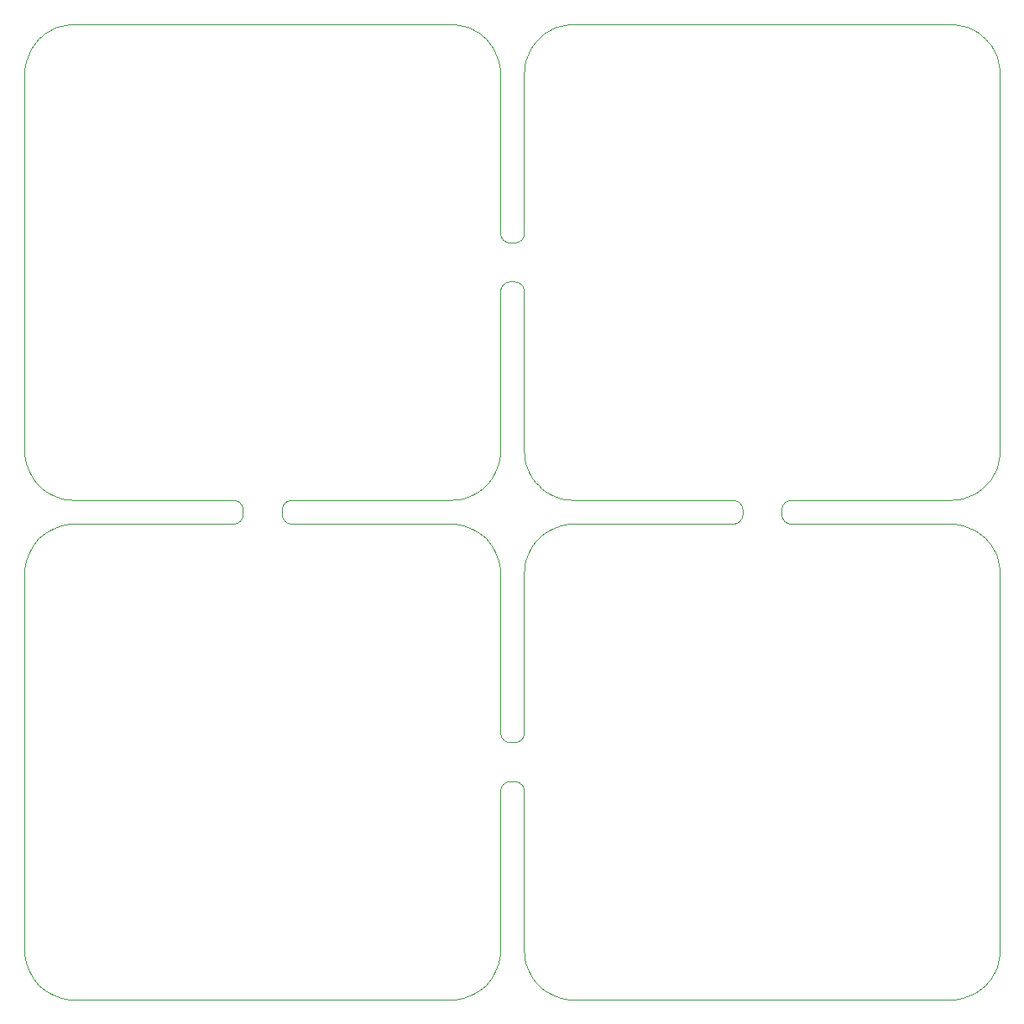
<source format=gko>
%MOIN*%
%OFA0B0*%
%FSLAX44Y44*%
%IPPOS*%
%LPD*%
%ADD10C,0*%
D10*
X00018897Y00016929D02*
X00018897Y00016929D01*
X00018890Y00017100D01*
X00018867Y00017270D01*
X00018830Y00017438D01*
X00018778Y00017602D01*
X00018713Y00017761D01*
X00018633Y00017913D01*
X00018541Y00018058D01*
X00018437Y00018194D01*
X00018321Y00018321D01*
X00018194Y00018437D01*
X00018058Y00018541D01*
X00017913Y00018633D01*
X00017761Y00018713D01*
X00017602Y00018778D01*
X00017438Y00018830D01*
X00017270Y00018867D01*
X00017100Y00018890D01*
X00016929Y00018897D01*
X00010616Y00018897D01*
X00010585Y00018898D01*
X00010555Y00018902D01*
X00010524Y00018908D01*
X00010495Y00018916D01*
X00010466Y00018927D01*
X00010437Y00018940D01*
X00010411Y00018955D01*
X00010385Y00018972D01*
X00010361Y00018991D01*
X00010338Y00019012D01*
X00010317Y00019035D01*
X00010298Y00019059D01*
X00010281Y00019085D01*
X00010265Y00019112D01*
X00010252Y00019140D01*
X00010242Y00019169D01*
X00010233Y00019199D01*
X00010227Y00019229D01*
X00010224Y00019260D01*
X00010223Y00019291D01*
X00010223Y00019448D01*
X00010224Y00019479D01*
X00010227Y00019510D01*
X00010233Y00019540D01*
X00010242Y00019570D01*
X00010252Y00019599D01*
X00010265Y00019627D01*
X00010281Y00019654D01*
X00010298Y00019680D01*
X00010317Y00019704D01*
X00010338Y00019727D01*
X00010361Y00019748D01*
X00010385Y00019767D01*
X00010411Y00019784D01*
X00010437Y00019799D01*
X00010466Y00019812D01*
X00010495Y00019823D01*
X00010524Y00019831D01*
X00010555Y00019837D01*
X00010585Y00019841D01*
X00010616Y00019842D01*
X00016929Y00019842D01*
X00017100Y00019850D01*
X00017270Y00019872D01*
X00017438Y00019909D01*
X00017602Y00019961D01*
X00017761Y00020026D01*
X00017913Y00020106D01*
X00018058Y00020198D01*
X00018194Y00020303D01*
X00018321Y00020419D01*
X00018437Y00020545D01*
X00018541Y00020681D01*
X00018633Y00020826D01*
X00018713Y00020979D01*
X00018778Y00021137D01*
X00018830Y00021301D01*
X00018867Y00021469D01*
X00018890Y00021639D01*
X00018897Y00021811D01*
X00018897Y00028123D01*
X00018898Y00028154D01*
X00018902Y00028185D01*
X00018908Y00028215D01*
X00018916Y00028245D01*
X00018927Y00028274D01*
X00018940Y00028302D01*
X00018955Y00028329D01*
X00018972Y00028354D01*
X00018991Y00028379D01*
X00019012Y00028401D01*
X00019035Y00028422D01*
X00019059Y00028441D01*
X00019085Y00028459D01*
X00019112Y00028474D01*
X00019140Y00028487D01*
X00019169Y00028497D01*
X00019199Y00028506D01*
X00019229Y00028512D01*
X00019260Y00028515D01*
X00019291Y00028517D01*
X00019448Y00028517D01*
X00019479Y00028515D01*
X00019510Y00028512D01*
X00019540Y00028506D01*
X00019570Y00028497D01*
X00019599Y00028487D01*
X00019627Y00028474D01*
X00019654Y00028459D01*
X00019680Y00028441D01*
X00019704Y00028422D01*
X00019727Y00028401D01*
X00019748Y00028379D01*
X00019767Y00028354D01*
X00019784Y00028329D01*
X00019799Y00028302D01*
X00019812Y00028274D01*
X00019823Y00028245D01*
X00019831Y00028215D01*
X00019837Y00028185D01*
X00019841Y00028154D01*
X00019842Y00028123D01*
X00019842Y00021811D01*
X00019850Y00021639D01*
X00019872Y00021469D01*
X00019909Y00021301D01*
X00019961Y00021137D01*
X00020026Y00020979D01*
X00020106Y00020826D01*
X00020198Y00020681D01*
X00020303Y00020545D01*
X00020419Y00020419D01*
X00020545Y00020303D01*
X00020681Y00020198D01*
X00020826Y00020106D01*
X00020979Y00020026D01*
X00021137Y00019961D01*
X00021301Y00019909D01*
X00021469Y00019872D01*
X00021639Y00019850D01*
X00021811Y00019842D01*
X00028123Y00019842D01*
X00028154Y00019841D01*
X00028185Y00019837D01*
X00028215Y00019831D01*
X00028245Y00019823D01*
X00028274Y00019812D01*
X00028302Y00019799D01*
X00028329Y00019784D01*
X00028354Y00019767D01*
X00028379Y00019748D01*
X00028401Y00019727D01*
X00028422Y00019704D01*
X00028441Y00019680D01*
X00028459Y00019654D01*
X00028474Y00019627D01*
X00028487Y00019599D01*
X00028497Y00019570D01*
X00028506Y00019540D01*
X00028512Y00019510D01*
X00028515Y00019479D01*
X00028517Y00019448D01*
X00028517Y00019291D01*
X00028515Y00019260D01*
X00028512Y00019229D01*
X00028506Y00019199D01*
X00028497Y00019169D01*
X00028487Y00019140D01*
X00028474Y00019112D01*
X00028459Y00019085D01*
X00028441Y00019059D01*
X00028422Y00019035D01*
X00028401Y00019012D01*
X00028379Y00018991D01*
X00028354Y00018972D01*
X00028329Y00018955D01*
X00028302Y00018940D01*
X00028274Y00018927D01*
X00028245Y00018916D01*
X00028215Y00018908D01*
X00028185Y00018902D01*
X00028154Y00018898D01*
X00028123Y00018897D01*
X00021811Y00018897D01*
X00021639Y00018890D01*
X00021469Y00018867D01*
X00021301Y00018830D01*
X00021137Y00018778D01*
X00020979Y00018713D01*
X00020826Y00018633D01*
X00020681Y00018541D01*
X00020545Y00018437D01*
X00020419Y00018321D01*
X00020303Y00018194D01*
X00020198Y00018058D01*
X00020106Y00017913D01*
X00020026Y00017761D01*
X00019961Y00017602D01*
X00019909Y00017438D01*
X00019872Y00017270D01*
X00019850Y00017100D01*
X00019842Y00016929D01*
X00019842Y00010616D01*
X00019841Y00010585D01*
X00019837Y00010555D01*
X00019831Y00010524D01*
X00019823Y00010495D01*
X00019812Y00010466D01*
X00019799Y00010437D01*
X00019784Y00010411D01*
X00019767Y00010385D01*
X00019748Y00010361D01*
X00019727Y00010338D01*
X00019704Y00010317D01*
X00019680Y00010298D01*
X00019654Y00010281D01*
X00019627Y00010265D01*
X00019599Y00010252D01*
X00019570Y00010242D01*
X00019540Y00010233D01*
X00019510Y00010227D01*
X00019479Y00010224D01*
X00019448Y00010223D01*
X00019291Y00010223D01*
X00019260Y00010224D01*
X00019229Y00010227D01*
X00019199Y00010233D01*
X00019169Y00010242D01*
X00019140Y00010252D01*
X00019112Y00010265D01*
X00019085Y00010281D01*
X00019059Y00010298D01*
X00019035Y00010317D01*
X00019012Y00010338D01*
X00018991Y00010361D01*
X00018972Y00010385D01*
X00018955Y00010411D01*
X00018940Y00010437D01*
X00018927Y00010466D01*
X00018916Y00010495D01*
X00018908Y00010524D01*
X00018902Y00010555D01*
X00018898Y00010585D01*
X00018897Y00010616D01*
X00018897Y00016929D01*
X00001968Y00000000D02*
X00001968Y00000000D01*
X00016929Y00000000D01*
X00017100Y00000007D01*
X00017270Y00000029D01*
X00017438Y00000067D01*
X00017602Y00000118D01*
X00017761Y00000184D01*
X00017913Y00000263D01*
X00018058Y00000356D01*
X00018194Y00000460D01*
X00018321Y00000576D01*
X00018437Y00000703D01*
X00018541Y00000839D01*
X00018633Y00000984D01*
X00018713Y00001136D01*
X00018778Y00001295D01*
X00018830Y00001459D01*
X00018867Y00001626D01*
X00018890Y00001796D01*
X00018897Y00001968D01*
X00018897Y00008280D01*
X00018898Y00008311D01*
X00018902Y00008342D01*
X00018908Y00008372D01*
X00018916Y00008402D01*
X00018927Y00008431D01*
X00018940Y00008459D01*
X00018955Y00008486D01*
X00018972Y00008512D01*
X00018991Y00008536D01*
X00019012Y00008559D01*
X00019035Y00008580D01*
X00019059Y00008599D01*
X00019085Y00008616D01*
X00019112Y00008631D01*
X00019140Y00008644D01*
X00019169Y00008655D01*
X00019199Y00008663D01*
X00019229Y00008669D01*
X00019260Y00008673D01*
X00019291Y00008674D01*
X00019448Y00008674D01*
X00019479Y00008673D01*
X00019510Y00008669D01*
X00019540Y00008663D01*
X00019570Y00008655D01*
X00019599Y00008644D01*
X00019627Y00008631D01*
X00019654Y00008616D01*
X00019680Y00008599D01*
X00019704Y00008580D01*
X00019727Y00008559D01*
X00019748Y00008536D01*
X00019767Y00008512D01*
X00019784Y00008486D01*
X00019799Y00008459D01*
X00019812Y00008431D01*
X00019823Y00008402D01*
X00019831Y00008372D01*
X00019837Y00008342D01*
X00019841Y00008311D01*
X00019842Y00008280D01*
X00019842Y00001968D01*
X00019850Y00001796D01*
X00019872Y00001626D01*
X00019909Y00001459D01*
X00019961Y00001295D01*
X00020026Y00001136D01*
X00020106Y00000984D01*
X00020198Y00000839D01*
X00020303Y00000703D01*
X00020419Y00000576D01*
X00020545Y00000460D01*
X00020681Y00000356D01*
X00020826Y00000263D01*
X00020979Y00000184D01*
X00021137Y00000118D01*
X00021301Y00000067D01*
X00021469Y00000029D01*
X00021639Y00000007D01*
X00021811Y00000000D01*
X00036771Y00000000D01*
X00036943Y00000007D01*
X00037113Y00000029D01*
X00037281Y00000067D01*
X00037444Y00000118D01*
X00037603Y00000184D01*
X00037755Y00000263D01*
X00037900Y00000356D01*
X00038036Y00000460D01*
X00038163Y00000576D01*
X00038279Y00000703D01*
X00038384Y00000839D01*
X00038476Y00000984D01*
X00038555Y00001136D01*
X00038621Y00001295D01*
X00038673Y00001459D01*
X00038710Y00001626D01*
X00038732Y00001796D01*
X00038740Y00001968D01*
X00038740Y00016929D01*
X00038732Y00017100D01*
X00038710Y00017270D01*
X00038673Y00017438D01*
X00038621Y00017602D01*
X00038555Y00017761D01*
X00038476Y00017913D01*
X00038384Y00018058D01*
X00038279Y00018194D01*
X00038163Y00018321D01*
X00038036Y00018437D01*
X00037900Y00018541D01*
X00037755Y00018633D01*
X00037603Y00018713D01*
X00037444Y00018778D01*
X00037281Y00018830D01*
X00037113Y00018867D01*
X00036943Y00018890D01*
X00036771Y00018897D01*
X00030459Y00018897D01*
X00030428Y00018898D01*
X00030397Y00018902D01*
X00030367Y00018908D01*
X00030337Y00018916D01*
X00030308Y00018927D01*
X00030280Y00018940D01*
X00030253Y00018955D01*
X00030227Y00018972D01*
X00030203Y00018991D01*
X00030180Y00019012D01*
X00030159Y00019035D01*
X00030140Y00019059D01*
X00030123Y00019085D01*
X00030108Y00019112D01*
X00030095Y00019140D01*
X00030084Y00019169D01*
X00030076Y00019199D01*
X00030070Y00019229D01*
X00030066Y00019260D01*
X00030065Y00019291D01*
X00030065Y00019448D01*
X00030066Y00019479D01*
X00030070Y00019510D01*
X00030076Y00019540D01*
X00030084Y00019570D01*
X00030095Y00019599D01*
X00030108Y00019627D01*
X00030123Y00019654D01*
X00030140Y00019680D01*
X00030159Y00019704D01*
X00030180Y00019727D01*
X00030203Y00019748D01*
X00030227Y00019767D01*
X00030253Y00019784D01*
X00030280Y00019799D01*
X00030308Y00019812D01*
X00030337Y00019823D01*
X00030367Y00019831D01*
X00030397Y00019837D01*
X00030428Y00019841D01*
X00030459Y00019842D01*
X00036771Y00019842D01*
X00036943Y00019850D01*
X00037113Y00019872D01*
X00037281Y00019909D01*
X00037444Y00019961D01*
X00037603Y00020026D01*
X00037755Y00020106D01*
X00037900Y00020198D01*
X00038036Y00020303D01*
X00038163Y00020419D01*
X00038279Y00020545D01*
X00038384Y00020681D01*
X00038476Y00020826D01*
X00038555Y00020979D01*
X00038621Y00021137D01*
X00038673Y00021301D01*
X00038710Y00021469D01*
X00038732Y00021639D01*
X00038740Y00021811D01*
X00038740Y00036771D01*
X00038732Y00036943D01*
X00038710Y00037113D01*
X00038673Y00037281D01*
X00038621Y00037444D01*
X00038555Y00037603D01*
X00038476Y00037755D01*
X00038384Y00037900D01*
X00038279Y00038036D01*
X00038163Y00038163D01*
X00038036Y00038279D01*
X00037900Y00038384D01*
X00037755Y00038476D01*
X00037603Y00038555D01*
X00037444Y00038621D01*
X00037281Y00038673D01*
X00037113Y00038710D01*
X00036943Y00038732D01*
X00036771Y00038740D01*
X00021811Y00038740D01*
X00021639Y00038732D01*
X00021469Y00038710D01*
X00021301Y00038673D01*
X00021137Y00038621D01*
X00020979Y00038555D01*
X00020826Y00038476D01*
X00020681Y00038384D01*
X00020545Y00038279D01*
X00020419Y00038163D01*
X00020303Y00038036D01*
X00020198Y00037900D01*
X00020106Y00037755D01*
X00020026Y00037603D01*
X00019961Y00037444D01*
X00019909Y00037281D01*
X00019872Y00037113D01*
X00019850Y00036943D01*
X00019842Y00036771D01*
X00019842Y00030459D01*
X00019841Y00030428D01*
X00019837Y00030397D01*
X00019831Y00030367D01*
X00019823Y00030337D01*
X00019812Y00030308D01*
X00019799Y00030280D01*
X00019784Y00030253D01*
X00019767Y00030227D01*
X00019748Y00030203D01*
X00019727Y00030180D01*
X00019704Y00030159D01*
X00019680Y00030140D01*
X00019654Y00030123D01*
X00019627Y00030108D01*
X00019599Y00030095D01*
X00019570Y00030084D01*
X00019540Y00030076D01*
X00019510Y00030070D01*
X00019479Y00030066D01*
X00019448Y00030065D01*
X00019291Y00030065D01*
X00019260Y00030066D01*
X00019229Y00030070D01*
X00019199Y00030076D01*
X00019169Y00030084D01*
X00019140Y00030095D01*
X00019112Y00030108D01*
X00019085Y00030123D01*
X00019059Y00030140D01*
X00019035Y00030159D01*
X00019012Y00030180D01*
X00018991Y00030203D01*
X00018972Y00030227D01*
X00018955Y00030253D01*
X00018940Y00030280D01*
X00018927Y00030308D01*
X00018916Y00030337D01*
X00018908Y00030367D01*
X00018902Y00030397D01*
X00018898Y00030428D01*
X00018897Y00030459D01*
X00018897Y00036771D01*
X00018890Y00036943D01*
X00018867Y00037113D01*
X00018830Y00037281D01*
X00018778Y00037444D01*
X00018713Y00037603D01*
X00018633Y00037755D01*
X00018541Y00037900D01*
X00018437Y00038036D01*
X00018321Y00038163D01*
X00018194Y00038279D01*
X00018058Y00038384D01*
X00017913Y00038476D01*
X00017761Y00038555D01*
X00017602Y00038621D01*
X00017438Y00038673D01*
X00017270Y00038710D01*
X00017100Y00038732D01*
X00016929Y00038740D01*
X00001968Y00038740D01*
X00001796Y00038732D01*
X00001626Y00038710D01*
X00001459Y00038673D01*
X00001295Y00038621D01*
X00001136Y00038555D01*
X00000984Y00038476D01*
X00000839Y00038384D01*
X00000703Y00038279D01*
X00000576Y00038163D01*
X00000460Y00038036D01*
X00000355Y00037900D01*
X00000263Y00037755D01*
X00000184Y00037603D01*
X00000118Y00037444D01*
X00000067Y00037281D01*
X00000029Y00037113D01*
X00000007Y00036943D01*
X00000000Y00036771D01*
X00000000Y00021811D01*
X00000007Y00021639D01*
X00000029Y00021469D01*
X00000067Y00021301D01*
X00000118Y00021137D01*
X00000184Y00020979D01*
X00000263Y00020826D01*
X00000355Y00020681D01*
X00000460Y00020545D01*
X00000576Y00020419D01*
X00000703Y00020303D01*
X00000839Y00020198D01*
X00000984Y00020106D01*
X00001136Y00020026D01*
X00001295Y00019961D01*
X00001459Y00019909D01*
X00001626Y00019872D01*
X00001796Y00019850D01*
X00001968Y00019842D01*
X00008280Y00019842D01*
X00008311Y00019841D01*
X00008342Y00019837D01*
X00008372Y00019831D01*
X00008402Y00019823D01*
X00008431Y00019812D01*
X00008459Y00019799D01*
X00008486Y00019784D01*
X00008512Y00019767D01*
X00008536Y00019748D01*
X00008559Y00019727D01*
X00008580Y00019704D01*
X00008599Y00019680D01*
X00008616Y00019654D01*
X00008631Y00019627D01*
X00008644Y00019599D01*
X00008655Y00019570D01*
X00008663Y00019540D01*
X00008669Y00019510D01*
X00008673Y00019479D01*
X00008674Y00019448D01*
X00008674Y00019291D01*
X00008673Y00019260D01*
X00008669Y00019229D01*
X00008663Y00019199D01*
X00008655Y00019169D01*
X00008644Y00019140D01*
X00008631Y00019112D01*
X00008616Y00019085D01*
X00008599Y00019059D01*
X00008580Y00019035D01*
X00008559Y00019012D01*
X00008536Y00018991D01*
X00008512Y00018972D01*
X00008486Y00018955D01*
X00008459Y00018940D01*
X00008431Y00018927D01*
X00008402Y00018916D01*
X00008372Y00018908D01*
X00008342Y00018902D01*
X00008311Y00018898D01*
X00008280Y00018897D01*
X00001968Y00018897D01*
X00001796Y00018890D01*
X00001626Y00018867D01*
X00001459Y00018830D01*
X00001295Y00018778D01*
X00001136Y00018713D01*
X00000984Y00018633D01*
X00000839Y00018541D01*
X00000703Y00018437D01*
X00000576Y00018321D01*
X00000460Y00018194D01*
X00000355Y00018058D01*
X00000263Y00017913D01*
X00000184Y00017761D01*
X00000118Y00017602D01*
X00000067Y00017438D01*
X00000029Y00017270D01*
X00000007Y00017100D01*
X00000000Y00016929D01*
X00000000Y00001968D01*
X00000007Y00001796D01*
X00000029Y00001626D01*
X00000067Y00001459D01*
X00000118Y00001295D01*
X00000184Y00001136D01*
X00000263Y00000984D01*
X00000355Y00000839D01*
X00000460Y00000703D01*
X00000576Y00000576D01*
X00000703Y00000460D01*
X00000839Y00000356D01*
X00000984Y00000263D01*
X00001136Y00000184D01*
X00001295Y00000118D01*
X00001459Y00000067D01*
X00001626Y00000029D01*
X00001796Y00000007D01*
X00001968Y00000000D01*
M02*
</source>
